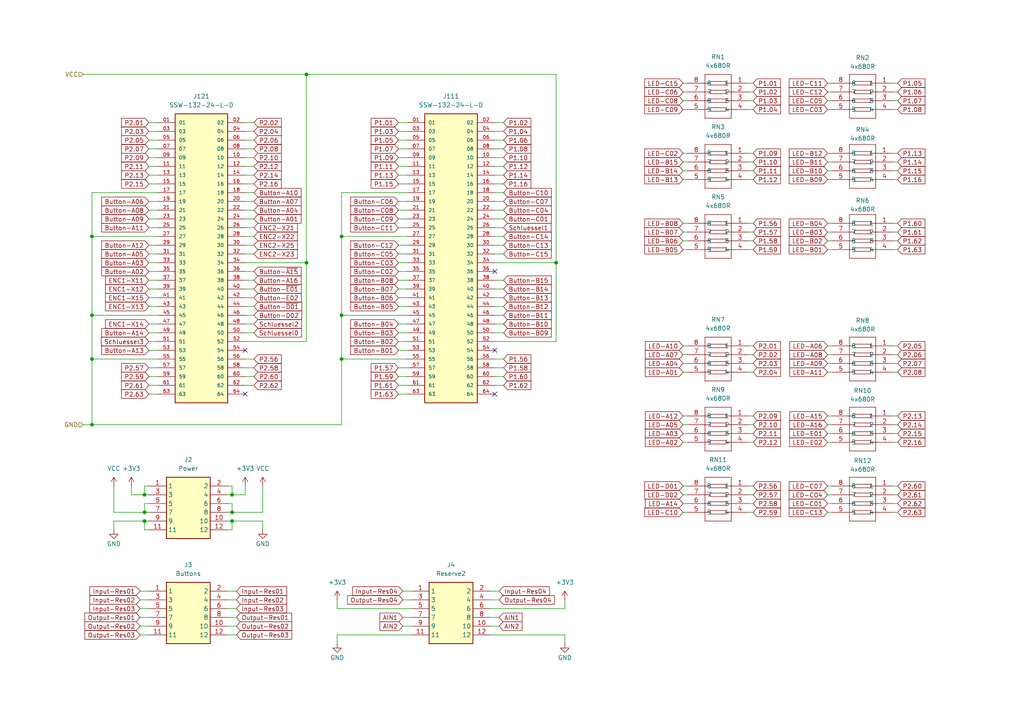
<source format=kicad_sch>
(kicad_sch (version 20231120) (generator "eeschema") (generator_version "8.0")
  (paper "A4")
  (title_block (title "Headers 64Pin Siemens Module") (date "2024-09-04") (rev "v0.9.0"))
  (junction (at 26.67 68.58))
  (junction (at 26.67 104.14))
  (junction (at 67.31 143.51))
  (junction (at 99.06 91.44))
  (junction (at 67.31 151.13))
  (junction (at 26.67 123.19))
  (junction (at 88.9 21.59))
  (junction (at 88.9 76.2))
  (junction (at 99.06 104.14))
  (junction (at 41.91 151.13))
  (junction (at 67.31 148.59))
  (junction (at 99.06 68.58))
  (junction (at 26.67 91.44))
  (junction (at 41.91 143.51))
  (junction (at 41.91 148.59))
  (junction (at 161.29 76.2))
  (no_connect (at 143.51 78.74))
  (no_connect (at 71.12 101.6))
  (no_connect (at 71.12 114.3))
  (no_connect (at 143.51 114.3))
  (no_connect (at 143.51 101.6))
  (wire (pts (xy 43.18 73.66) (xy 45.72 73.66)))
  (wire (pts (xy 198.12 146.05) (xy 199.39 146.05)))
  (wire (pts (xy 240.03 102.87) (xy 241.3 102.87)))
  (wire (pts (xy 240.03 67.31) (xy 241.3 67.31)))
  (wire (pts (xy 116.84 179.07) (xy 119.38 179.07)))
  (wire (pts (xy 73.66 48.26) (xy 71.12 48.26)))
  (wire (pts (xy 73.66 58.42) (xy 71.12 58.42)))
  (wire (pts (xy 161.29 99.06) (xy 161.29 76.2)))
  (wire (pts (xy 67.31 140.97) (xy 67.31 143.51)))
  (wire (pts (xy 43.18 151.13) (xy 41.91 151.13)))
  (wire (pts (xy 240.03 143.51) (xy 241.3 143.51)))
  (wire (pts (xy 143.51 76.2) (xy 161.29 76.2)))
  (wire (pts (xy 71.12 76.2) (xy 88.9 76.2)))
  (wire (pts (xy 73.66 43.18) (xy 71.12 43.18)))
  (wire (pts (xy 115.57 86.36) (xy 118.11 86.36)))
  (wire (pts (xy 146.05 40.64) (xy 143.51 40.64)))
  (wire (pts (xy 143.51 99.06) (xy 161.29 99.06)))
  (wire (pts (xy 240.03 64.77) (xy 241.3 64.77)))
  (wire (pts (xy 218.44 100.33) (xy 217.17 100.33)))
  (wire (pts (xy 260.35 143.51) (xy 259.08 143.51)))
  (wire (pts (xy 43.18 109.22) (xy 45.72 109.22)))
  (wire (pts (xy 240.03 31.75) (xy 241.3 31.75)))
  (wire (pts (xy 260.35 29.21) (xy 259.08 29.21)))
  (wire (pts (xy 198.12 107.95) (xy 199.39 107.95)))
  (wire (pts (xy 97.79 173.99) (xy 97.79 176.53)))
  (wire (pts (xy 73.66 66.04) (xy 71.12 66.04)))
  (wire (pts (xy 73.66 38.1) (xy 71.12 38.1)))
  (wire (pts (xy 41.91 153.67) (xy 43.18 153.67)))
  (wire (pts (xy 71.12 140.97) (xy 71.12 143.51)))
  (wire (pts (xy 68.58 184.15) (xy 66.04 184.15)))
  (wire (pts (xy 146.05 66.04) (xy 143.51 66.04)))
  (wire (pts (xy 76.2 151.13) (xy 67.31 151.13)))
  (wire (pts (xy 198.12 100.33) (xy 199.39 100.33)))
  (wire (pts (xy 146.05 73.66) (xy 143.51 73.66)))
  (wire (pts (xy 146.05 91.44) (xy 143.51 91.44)))
  (wire (pts (xy 115.57 78.74) (xy 118.11 78.74)))
  (wire (pts (xy 115.57 60.96) (xy 118.11 60.96)))
  (wire (pts (xy 144.78 171.45) (xy 142.24 171.45)))
  (wire (pts (xy 218.44 69.85) (xy 217.17 69.85)))
  (wire (pts (xy 161.29 21.59) (xy 161.29 76.2)))
  (wire (pts (xy 67.31 146.05) (xy 67.31 148.59)))
  (wire (pts (xy 73.66 96.52) (xy 71.12 96.52)))
  (wire (pts (xy 73.66 91.44) (xy 71.12 91.44)))
  (wire (pts (xy 260.35 120.65) (xy 259.08 120.65)))
  (wire (pts (xy 68.58 171.45) (xy 66.04 171.45)))
  (wire (pts (xy 67.31 143.51) (xy 66.04 143.51)))
  (wire (pts (xy 146.05 68.58) (xy 143.51 68.58)))
  (wire (pts (xy 198.12 148.59) (xy 199.39 148.59)))
  (wire (pts (xy 115.57 58.42) (xy 118.11 58.42)))
  (wire (pts (xy 240.03 72.39) (xy 241.3 72.39)))
  (wire (pts (xy 97.79 186.69) (xy 97.79 184.15)))
  (wire (pts (xy 240.03 120.65) (xy 241.3 120.65)))
  (wire (pts (xy 163.83 173.99) (xy 163.83 176.53)))
  (wire (pts (xy 260.35 102.87) (xy 259.08 102.87)))
  (wire (pts (xy 146.05 63.5) (xy 143.51 63.5)))
  (wire (pts (xy 218.44 107.95) (xy 217.17 107.95)))
  (wire (pts (xy 146.05 43.18) (xy 143.51 43.18)))
  (wire (pts (xy 198.12 49.53) (xy 199.39 49.53)))
  (wire (pts (xy 240.03 69.85) (xy 241.3 69.85)))
  (wire (pts (xy 198.12 44.45) (xy 199.39 44.45)))
  (wire (pts (xy 38.1 140.97) (xy 38.1 143.51)))
  (wire (pts (xy 144.78 173.99) (xy 142.24 173.99)))
  (wire (pts (xy 146.05 83.82) (xy 143.51 83.82)))
  (wire (pts (xy 43.18 53.34) (xy 45.72 53.34)))
  (wire (pts (xy 115.57 81.28) (xy 118.11 81.28)))
  (wire (pts (xy 146.05 50.8) (xy 143.51 50.8)))
  (wire (pts (xy 218.44 26.67) (xy 217.17 26.67)))
  (wire (pts (xy 146.05 104.14) (xy 143.51 104.14)))
  (wire (pts (xy 240.03 105.41) (xy 241.3 105.41)))
  (wire (pts (xy 240.03 140.97) (xy 241.3 140.97)))
  (wire (pts (xy 68.58 179.07) (xy 66.04 179.07)))
  (wire (pts (xy 43.18 43.18) (xy 45.72 43.18)))
  (wire (pts (xy 73.66 86.36) (xy 71.12 86.36)))
  (wire (pts (xy 260.35 26.67) (xy 259.08 26.67)))
  (wire (pts (xy 73.66 50.8) (xy 71.12 50.8)))
  (wire (pts (xy 43.18 35.56) (xy 45.72 35.56)))
  (wire (pts (xy 260.35 49.53) (xy 259.08 49.53)))
  (wire (pts (xy 146.05 35.56) (xy 143.51 35.56)))
  (wire (pts (xy 73.66 109.22) (xy 71.12 109.22)))
  (wire (pts (xy 115.57 106.68) (xy 118.11 106.68)))
  (wire (pts (xy 198.12 26.67) (xy 199.39 26.67)))
  (wire (pts (xy 115.57 63.5) (xy 118.11 63.5)))
  (wire (pts (xy 43.18 63.5) (xy 45.72 63.5)))
  (wire (pts (xy 240.03 123.19) (xy 241.3 123.19)))
  (wire (pts (xy 43.18 76.2) (xy 45.72 76.2)))
  (wire (pts (xy 240.03 146.05) (xy 241.3 146.05)))
  (wire (pts (xy 240.03 52.07) (xy 241.3 52.07)))
  (wire (pts (xy 218.44 146.05) (xy 217.17 146.05)))
  (wire (pts (xy 146.05 53.34) (xy 143.51 53.34)))
  (wire (pts (xy 198.12 72.39) (xy 199.39 72.39)))
  (wire (pts (xy 260.35 31.75) (xy 259.08 31.75)))
  (wire (pts (xy 198.12 105.41) (xy 199.39 105.41)))
  (wire (pts (xy 218.44 29.21) (xy 217.17 29.21)))
  (wire (pts (xy 115.57 88.9) (xy 118.11 88.9)))
  (wire (pts (xy 116.84 171.45) (xy 119.38 171.45)))
  (wire (pts (xy 198.12 102.87) (xy 199.39 102.87)))
  (wire (pts (xy 142.24 176.53) (xy 163.83 176.53)))
  (wire (pts (xy 240.03 46.99) (xy 241.3 46.99)))
  (wire (pts (xy 99.06 104.14) (xy 118.11 104.14)))
  (wire (pts (xy 146.05 45.72) (xy 143.51 45.72)))
  (wire (pts (xy 43.18 48.26) (xy 45.72 48.26)))
  (wire (pts (xy 43.18 71.12) (xy 45.72 71.12)))
  (wire (pts (xy 43.18 114.3) (xy 45.72 114.3)))
  (wire (pts (xy 43.18 146.05) (xy 41.91 146.05)))
  (wire (pts (xy 43.18 106.68) (xy 45.72 106.68)))
  (wire (pts (xy 43.18 66.04) (xy 45.72 66.04)))
  (wire (pts (xy 26.67 104.14) (xy 45.72 104.14)))
  (wire (pts (xy 240.03 44.45) (xy 241.3 44.45)))
  (wire (pts (xy 24.13 21.59) (xy 88.9 21.59)))
  (wire (pts (xy 99.06 104.14) (xy 99.06 123.19)))
  (wire (pts (xy 218.44 123.19) (xy 217.17 123.19)))
  (wire (pts (xy 115.57 99.06) (xy 118.11 99.06)))
  (wire (pts (xy 260.35 123.19) (xy 259.08 123.19)))
  (wire (pts (xy 41.91 140.97) (xy 41.91 143.51)))
  (wire (pts (xy 218.44 105.41) (xy 217.17 105.41)))
  (wire (pts (xy 260.35 69.85) (xy 259.08 69.85)))
  (wire (pts (xy 118.11 55.88) (xy 99.06 55.88)))
  (wire (pts (xy 33.02 140.97) (xy 33.02 148.59)))
  (wire (pts (xy 71.12 143.51) (xy 67.31 143.51)))
  (wire (pts (xy 40.64 184.15) (xy 43.18 184.15)))
  (wire (pts (xy 240.03 107.95) (xy 241.3 107.95)))
  (wire (pts (xy 73.66 68.58) (xy 71.12 68.58)))
  (wire (pts (xy 73.66 78.74) (xy 71.12 78.74)))
  (wire (pts (xy 66.04 140.97) (xy 67.31 140.97)))
  (wire (pts (xy 88.9 21.59) (xy 161.29 21.59)))
  (wire (pts (xy 198.12 31.75) (xy 199.39 31.75)))
  (wire (pts (xy 115.57 111.76) (xy 118.11 111.76)))
  (wire (pts (xy 198.12 24.13) (xy 199.39 24.13)))
  (wire (pts (xy 73.66 45.72) (xy 71.12 45.72)))
  (wire (pts (xy 43.18 111.76) (xy 45.72 111.76)))
  (wire (pts (xy 73.66 106.68) (xy 71.12 106.68)))
  (wire (pts (xy 88.9 21.59) (xy 88.9 76.2)))
  (wire (pts (xy 43.18 40.64) (xy 45.72 40.64)))
  (wire (pts (xy 218.44 72.39) (xy 217.17 72.39)))
  (wire (pts (xy 40.64 179.07) (xy 43.18 179.07)))
  (wire (pts (xy 240.03 125.73) (xy 241.3 125.73)))
  (wire (pts (xy 73.66 40.64) (xy 71.12 40.64)))
  (wire (pts (xy 26.67 104.14) (xy 26.67 123.19)))
  (wire (pts (xy 260.35 148.59) (xy 259.08 148.59)))
  (wire (pts (xy 146.05 93.98) (xy 143.51 93.98)))
  (wire (pts (xy 218.44 140.97) (xy 217.17 140.97)))
  (wire (pts (xy 260.35 46.99) (xy 259.08 46.99)))
  (wire (pts (xy 68.58 181.61) (xy 66.04 181.61)))
  (wire (pts (xy 218.44 148.59) (xy 217.17 148.59)))
  (wire (pts (xy 218.44 64.77) (xy 217.17 64.77)))
  (wire (pts (xy 38.1 143.51) (xy 41.91 143.51)))
  (wire (pts (xy 218.44 46.99) (xy 217.17 46.99)))
  (wire (pts (xy 73.66 93.98) (xy 71.12 93.98)))
  (wire (pts (xy 218.44 52.07) (xy 217.17 52.07)))
  (wire (pts (xy 260.35 64.77) (xy 259.08 64.77)))
  (wire (pts (xy 43.18 86.36) (xy 45.72 86.36)))
  (wire (pts (xy 146.05 71.12) (xy 143.51 71.12)))
  (wire (pts (xy 146.05 111.76) (xy 143.51 111.76)))
  (wire (pts (xy 26.67 91.44) (xy 26.67 104.14)))
  (wire (pts (xy 43.18 38.1) (xy 45.72 38.1)))
  (wire (pts (xy 26.67 91.44) (xy 45.72 91.44)))
  (wire (pts (xy 115.57 71.12) (xy 118.11 71.12)))
  (wire (pts (xy 43.18 140.97) (xy 41.91 140.97)))
  (wire (pts (xy 116.84 173.99) (xy 119.38 173.99)))
  (wire (pts (xy 67.31 151.13) (xy 67.31 153.67)))
  (wire (pts (xy 68.58 173.99) (xy 66.04 173.99)))
  (wire (pts (xy 41.91 151.13) (xy 41.91 153.67)))
  (wire (pts (xy 99.06 68.58) (xy 118.11 68.58)))
  (wire (pts (xy 41.91 143.51) (xy 43.18 143.51)))
  (wire (pts (xy 198.12 143.51) (xy 198.12 143.5148)))
  (wire (pts (xy 73.66 104.14) (xy 71.12 104.14)))
  (wire (pts (xy 198.12 123.19) (xy 199.39 123.19)))
  (wire (pts (xy 218.44 49.53) (xy 217.17 49.53)))
  (wire (pts (xy 115.57 66.04) (xy 118.11 66.04)))
  (wire (pts (xy 198.12 140.9748) (xy 199.39 140.97)))
  (wire (pts (xy 198.12 125.73) (xy 199.39 125.73)))
  (wire (pts (xy 198.12 29.21) (xy 199.39 29.21)))
  (wire (pts (xy 146.05 58.42) (xy 143.51 58.42)))
  (wire (pts (xy 33.02 153.67) (xy 33.02 151.13)))
  (wire (pts (xy 115.57 53.34) (xy 118.11 53.34)))
  (wire (pts (xy 218.44 31.75) (xy 217.17 31.75)))
  (wire (pts (xy 43.18 78.74) (xy 45.72 78.74)))
  (wire (pts (xy 218.44 24.13) (xy 217.17 24.13)))
  (wire (pts (xy 66.04 151.13) (xy 67.31 151.13)))
  (wire (pts (xy 163.83 186.69) (xy 163.83 184.15)))
  (wire (pts (xy 260.35 67.31) (xy 259.08 67.31)))
  (wire (pts (xy 73.66 88.9) (xy 71.12 88.9)))
  (wire (pts (xy 260.35 140.97) (xy 259.08 140.97)))
  (wire (pts (xy 99.06 91.44) (xy 99.06 104.14)))
  (wire (pts (xy 198.12 67.31) (xy 199.39 67.31)))
  (wire (pts (xy 218.44 143.51) (xy 217.17 143.51)))
  (wire (pts (xy 218.44 44.45) (xy 217.17 44.45)))
  (wire (pts (xy 43.18 93.98) (xy 45.72 93.98)))
  (wire (pts (xy 99.06 55.88) (xy 99.06 68.58)))
  (wire (pts (xy 146.05 55.88) (xy 143.51 55.88)))
  (wire (pts (xy 260.35 146.05) (xy 259.08 146.05)))
  (wire (pts (xy 260.35 44.45) (xy 259.08 44.45)))
  (wire (pts (xy 73.66 60.96) (xy 71.12 60.96)))
  (wire (pts (xy 198.12 128.27) (xy 199.39 128.27)))
  (wire (pts (xy 218.44 125.73) (xy 217.17 125.73)))
  (wire (pts (xy 146.05 81.28) (xy 143.51 81.28)))
  (wire (pts (xy 260.35 52.07) (xy 259.08 52.07)))
  (wire (pts (xy 260.35 125.73) (xy 259.08 125.73)))
  (wire (pts (xy 24.13 123.19) (xy 26.67 123.19)))
  (wire (pts (xy 41.91 148.59) (xy 43.18 148.59)))
  (wire (pts (xy 73.66 83.82) (xy 71.12 83.82)))
  (wire (pts (xy 240.03 128.27) (xy 241.3 128.27)))
  (wire (pts (xy 40.64 173.99) (xy 43.18 173.99)))
  (wire (pts (xy 240.03 100.33) (xy 241.3 100.33)))
  (wire (pts (xy 41.91 146.05) (xy 41.91 148.59)))
  (wire (pts (xy 26.67 68.58) (xy 45.72 68.58)))
  (wire (pts (xy 198.12 46.99) (xy 199.39 46.99)))
  (wire (pts (xy 76.2 148.59) (xy 67.31 148.59)))
  (wire (pts (xy 40.64 171.45) (xy 43.18 171.45)))
  (wire (pts (xy 115.57 43.18) (xy 118.11 43.18)))
  (wire (pts (xy 260.35 128.27) (xy 259.08 128.27)))
  (wire (pts (xy 43.18 50.8) (xy 45.72 50.8)))
  (wire (pts (xy 146.05 60.96) (xy 143.51 60.96)))
  (wire (pts (xy 218.44 102.87) (xy 217.17 102.87)))
  (wire (pts (xy 76.2 140.97) (xy 76.2 148.59)))
  (wire (pts (xy 43.18 96.52) (xy 45.72 96.52)))
  (wire (pts (xy 198.12 64.77) (xy 199.39 64.77)))
  (wire (pts (xy 43.18 99.06) (xy 45.72 99.06)))
  (wire (pts (xy 26.67 68.58) (xy 26.67 91.44)))
  (wire (pts (xy 198.12 143.5148) (xy 199.39 143.51)))
  (wire (pts (xy 26.67 55.88) (xy 26.67 68.58)))
  (wire (pts (xy 43.18 81.28) (xy 45.72 81.28)))
  (wire (pts (xy 71.12 99.06) (xy 88.9 99.06)))
  (wire (pts (xy 43.18 83.82) (xy 45.72 83.82)))
  (wire (pts (xy 73.66 81.28) (xy 71.12 81.28)))
  (wire (pts (xy 146.05 96.52) (xy 143.51 96.52)))
  (wire (pts (xy 260.35 107.95) (xy 259.08 107.95)))
  (wire (pts (xy 43.18 88.9) (xy 45.72 88.9)))
  (wire (pts (xy 115.57 83.82) (xy 118.11 83.82)))
  (wire (pts (xy 26.67 123.19) (xy 99.06 123.19)))
  (wire (pts (xy 240.03 148.59) (xy 241.3 148.59)))
  (wire (pts (xy 240.03 29.21) (xy 241.3 29.21)))
  (wire (pts (xy 76.2 153.67) (xy 76.2 151.13)))
  (wire (pts (xy 88.9 76.2) (xy 88.9 99.06)))
  (wire (pts (xy 260.35 105.41) (xy 259.08 105.41)))
  (wire (pts (xy 73.66 111.76) (xy 71.12 111.76)))
  (wire (pts (xy 97.79 176.53) (xy 119.38 176.53)))
  (wire (pts (xy 43.18 58.42) (xy 45.72 58.42)))
  (wire (pts (xy 99.06 68.58) (xy 99.06 91.44)))
  (wire (pts (xy 73.66 63.5) (xy 71.12 63.5)))
  (wire (pts (xy 26.67 55.88) (xy 45.72 55.88)))
  (wire (pts (xy 115.57 40.64) (xy 118.11 40.64)))
  (wire (pts (xy 144.78 179.07) (xy 142.24 179.07)))
  (wire (pts (xy 33.02 151.13) (xy 41.91 151.13)))
  (wire (pts (xy 260.35 72.39) (xy 259.08 72.39)))
  (wire (pts (xy 198.12 52.07) (xy 199.39 52.07)))
  (wire (pts (xy 115.57 114.3) (xy 118.11 114.3)))
  (wire (pts (xy 146.05 38.1) (xy 143.51 38.1)))
  (wire (pts (xy 115.57 35.56) (xy 118.11 35.56)))
  (wire (pts (xy 198.12 69.85) (xy 199.39 69.85)))
  (wire (pts (xy 73.66 55.88) (xy 71.12 55.88)))
  (wire (pts (xy 97.79 184.15) (xy 119.38 184.15)))
  (wire (pts (xy 33.02 148.59) (xy 41.91 148.59)))
  (wire (pts (xy 43.18 45.72) (xy 45.72 45.72)))
  (wire (pts (xy 218.44 67.31) (xy 217.17 67.31)))
  (wire (pts (xy 218.44 120.65) (xy 217.17 120.65)))
  (wire (pts (xy 115.57 109.22) (xy 118.11 109.22)))
  (wire (pts (xy 68.58 176.53) (xy 66.04 176.53)))
  (wire (pts (xy 40.64 176.53) (xy 43.18 176.53)))
  (wire (pts (xy 116.84 181.61) (xy 119.38 181.61)))
  (wire (pts (xy 115.57 96.52) (xy 118.11 96.52)))
  (wire (pts (xy 198.12 140.97) (xy 198.12 140.9748)))
  (wire (pts (xy 146.05 106.68) (xy 143.51 106.68)))
  (wire (pts (xy 43.18 60.96) (xy 45.72 60.96)))
  (wire (pts (xy 115.57 50.8) (xy 118.11 50.8)))
  (wire (pts (xy 144.78 181.61) (xy 142.24 181.61)))
  (wire (pts (xy 67.31 148.59) (xy 66.04 148.59)))
  (wire (pts (xy 99.06 91.44) (xy 118.11 91.44)))
  (wire (pts (xy 115.57 101.6) (xy 118.11 101.6)))
  (wire (pts (xy 260.35 24.13) (xy 259.08 24.13)))
  (wire (pts (xy 115.57 93.98) (xy 118.11 93.98)))
  (wire (pts (xy 115.57 76.2) (xy 118.11 76.2)))
  (wire (pts (xy 73.66 73.66) (xy 71.12 73.66)))
  (wire (pts (xy 115.57 48.26) (xy 118.11 48.26)))
  (wire (pts (xy 240.03 24.13) (xy 241.3 24.13)))
  (wire (pts (xy 67.31 153.67) (xy 66.04 153.67)))
  (wire (pts (xy 73.66 71.12) (xy 71.12 71.12)))
  (wire (pts (xy 240.03 26.67) (xy 241.3 26.67)))
  (wire (pts (xy 146.05 48.26) (xy 143.51 48.26)))
  (wire (pts (xy 66.04 146.05) (xy 67.31 146.05)))
  (wire (pts (xy 218.44 128.27) (xy 217.17 128.27)))
  (wire (pts (xy 240.03 49.53) (xy 241.3 49.53)))
  (wire (pts (xy 73.66 53.34) (xy 71.12 53.34)))
  (wire (pts (xy 146.05 88.9) (xy 143.51 88.9)))
  (wire (pts (xy 198.12 120.65) (xy 199.39 120.65)))
  (wire (pts (xy 40.64 181.61) (xy 43.18 181.61)))
  (wire (pts (xy 73.66 35.56) (xy 71.12 35.56)))
  (wire (pts (xy 260.35 100.33) (xy 259.08 100.33)))
  (wire (pts (xy 115.57 38.1) (xy 118.11 38.1)))
  (wire (pts (xy 146.05 109.22) (xy 143.51 109.22)))
  (wire (pts (xy 146.05 86.36) (xy 143.51 86.36)))
  (wire (pts (xy 115.57 45.72) (xy 118.11 45.72)))
  (wire (pts (xy 142.24 184.15) (xy 163.83 184.15)))
  (wire (pts (xy 115.57 73.66) (xy 118.11 73.66)))
  (wire (pts (xy 43.18 101.6) (xy 45.72 101.6)))
  (global_label "P1.11" (shape input) (at 115.57 48.26 180) (property "Intersheetrefs" "${INTERSHEET_REFS}" (effects (hide yes))))
  (global_label "Button-A09" (shape input) (at 43.18 63.5 180) (property "Intersheetrefs" "${INTERSHEET_REFS}" (effects (hide yes))))
  (global_label "AIN2" (shape input) (at 144.78 181.61 0) (property "Intersheetrefs" "${INTERSHEET_REFS}" (effects (hide yes))))
  (global_label "P2.11" (shape input) (at 43.18 48.26 180) (property "Intersheetrefs" "${INTERSHEET_REFS}" (effects (hide yes))))
  (global_label "P2.04" (shape input) (at 73.66 38.1 0) (property "Intersheetrefs" "${INTERSHEET_REFS}" (effects (hide yes))))
  (global_label "Schluessel0" (shape input) (at 73.66 96.52 0) (property "Intersheetrefs" "${INTERSHEET_REFS}" (effects (hide yes))))
  (global_label "P2.09" (shape input) (at 43.18 45.72 180) (property "Intersheetrefs" "${INTERSHEET_REFS}" (effects (hide yes))))
  (global_label "LED-B07" (shape input) (at 198.12 67.31 180) (property "Intersheetrefs" "${INTERSHEET_REFS}" (effects (hide yes))))
  (global_label "Button-B12" (shape input) (at 146.05 88.9 0) (property "Intersheetrefs" "${INTERSHEET_REFS}" (effects (hide yes))))
  (global_label "LED-B02" (shape input) (at 240.03 69.85 180) (property "Intersheetrefs" "${INTERSHEET_REFS}" (effects (hide yes))))
  (global_label "LED-A01" (shape input) (at 198.12 107.95 180) (property "Intersheetrefs" "${INTERSHEET_REFS}" (effects (hide yes))))
  (global_label "P2.03" (shape input) (at 218.44 105.41 0) (property "Intersheetrefs" "${INTERSHEET_REFS}" (effects (hide yes))))
  (global_label "ENC2-X22" (shape input) (at 73.66 68.58 0) (property "Intersheetrefs" "${INTERSHEET_REFS}" (effects (hide yes))))
  (global_label "LED-B13" (shape input) (at 198.12 52.07 180) (property "Intersheetrefs" "${INTERSHEET_REFS}" (effects (hide yes))))
  (global_label "P1.08" (shape input) (at 146.05 43.18 0) (property "Intersheetrefs" "${INTERSHEET_REFS}" (effects (hide yes))))
  (global_label "Button-A10" (shape input) (at 73.66 55.88 0) (property "Intersheetrefs" "${INTERSHEET_REFS}" (effects (hide yes))))
  (global_label "LED-A09" (shape input) (at 240.03 105.41 180) (property "Intersheetrefs" "${INTERSHEET_REFS}" (effects (hide yes))))
  (global_label "ENC2-X21" (shape input) (at 73.66 66.04 0) (property "Intersheetrefs" "${INTERSHEET_REFS}" (effects (hide yes))))
  (global_label "P1.58" (shape input) (at 218.44 69.85 0) (property "Intersheetrefs" "${INTERSHEET_REFS}" (effects (hide yes))))
  (global_label "P1.57" (shape input) (at 218.44 67.31 0) (property "Intersheetrefs" "${INTERSHEET_REFS}" (effects (hide yes))))
  (global_label "P2.62" (shape input) (at 260.35 146.05 0) (property "Intersheetrefs" "${INTERSHEET_REFS}" (effects (hide yes))))
  (global_label "P2.15" (shape input) (at 260.35 125.73 0) (property "Intersheetrefs" "${INTERSHEET_REFS}" (effects (hide yes))))
  (global_label "LED-B04" (shape input) (at 240.03 64.77 180) (property "Intersheetrefs" "${INTERSHEET_REFS}" (effects (hide yes))))
  (global_label "P1.63" (shape input) (at 115.57 114.3 180) (property "Intersheetrefs" "${INTERSHEET_REFS}" (effects (hide yes))))
  (global_label "P1.13" (shape input) (at 260.35 44.45 0) (property "Intersheetrefs" "${INTERSHEET_REFS}" (effects (hide yes))))
  (global_label "P1.15" (shape input) (at 115.57 53.34 180) (property "Intersheetrefs" "${INTERSHEET_REFS}" (effects (hide yes))))
  (global_label "LED-A03" (shape input) (at 198.12 125.73 180) (property "Intersheetrefs" "${INTERSHEET_REFS}" (effects (hide yes))))
  (global_label "P1.56" (shape input) (at 146.05 104.14 0) (property "Intersheetrefs" "${INTERSHEET_REFS}" (effects (hide yes))))
  (global_label "P2.16" (shape input) (at 73.66 53.34 0) (property "Intersheetrefs" "${INTERSHEET_REFS}" (effects (hide yes))))
  (global_label "Input-Res04" (shape input) (at 116.84 171.45 180) (property "Intersheetrefs" "${INTERSHEET_REFS}" (effects (hide yes))))
  (global_label "Button-B04" (shape input) (at 115.57 93.98 180) (property "Intersheetrefs" "${INTERSHEET_REFS}" (effects (hide yes))))
  (global_label "Output-Res02" (shape input) (at 68.58 181.61 0) (property "Intersheetrefs" "${INTERSHEET_REFS}" (effects (hide yes))))
  (global_label "P1.14" (shape input) (at 146.05 50.8 0) (property "Intersheetrefs" "${INTERSHEET_REFS}" (effects (hide yes))))
  (global_label "Button-C01" (shape input) (at 146.05 63.5 0) (property "Intersheetrefs" "${INTERSHEET_REFS}" (effects (hide yes))))
  (global_label "Button-~{E01}" (shape input) (at 73.66 83.82 0) (property "Intersheetrefs" "${INTERSHEET_REFS}" (effects (hide yes))))
  (global_label "Button-~{A15}" (shape input) (at 73.66 78.74 0) (property "Intersheetrefs" "${INTERSHEET_REFS}" (effects (hide yes))))
  (global_label "Button-B06" (shape input) (at 115.57 86.36 180) (property "Intersheetrefs" "${INTERSHEET_REFS}" (effects (hide yes))))
  (global_label "Button-A06" (shape input) (at 43.18 58.42 180) (property "Intersheetrefs" "${INTERSHEET_REFS}" (effects (hide yes))))
  (global_label "ENC2-X25" (shape input) (at 73.66 71.12 0) (property "Intersheetrefs" "${INTERSHEET_REFS}" (effects (hide yes))))
  (global_label "Button-C07" (shape input) (at 146.05 58.42 0) (property "Intersheetrefs" "${INTERSHEET_REFS}" (effects (hide yes))))
  (global_label "Button-~{D01}" (shape input) (at 73.66 88.9 0) (property "Intersheetrefs" "${INTERSHEET_REFS}" (effects (hide yes))))
  (global_label "LED-A02" (shape input) (at 198.12 128.27 180) (property "Intersheetrefs" "${INTERSHEET_REFS}" (effects (hide yes))))
  (global_label "P1.10" (shape input) (at 146.05 45.72 0) (property "Intersheetrefs" "${INTERSHEET_REFS}" (effects (hide yes))))
  (global_label "P1.62" (shape input) (at 146.05 111.76 0) (property "Intersheetrefs" "${INTERSHEET_REFS}" (effects (hide yes))))
  (global_label "P2.02" (shape input) (at 73.66 35.56 0) (property "Intersheetrefs" "${INTERSHEET_REFS}" (effects (hide yes))))
  (global_label "Button-A05" (shape input) (at 43.18 73.66 180) (property "Intersheetrefs" "${INTERSHEET_REFS}" (effects (hide yes))))
  (global_label "Button-C06" (shape input) (at 115.57 58.42 180) (property "Intersheetrefs" "${INTERSHEET_REFS}" (effects (hide yes))))
  (global_label "Button-B10" (shape input) (at 146.05 93.98 0) (property "Intersheetrefs" "${INTERSHEET_REFS}" (effects (hide yes))))
  (global_label "LED-B15" (shape input) (at 198.12 46.99 180) (property "Intersheetrefs" "${INTERSHEET_REFS}" (effects (hide yes))))
  (global_label "Button-C02" (shape input) (at 115.57 78.74 180) (property "Intersheetrefs" "${INTERSHEET_REFS}" (effects (hide yes))))
  (global_label "P1.05" (shape input) (at 115.57 40.64 180) (property "Intersheetrefs" "${INTERSHEET_REFS}" (effects (hide yes))))
  (global_label "P1.62" (shape input) (at 260.35 69.85 0) (property "Intersheetrefs" "${INTERSHEET_REFS}" (effects (hide yes))))
  (global_label "LED-B03" (shape input) (at 240.03 67.31 180) (property "Intersheetrefs" "${INTERSHEET_REFS}" (effects (hide yes))))
  (global_label "Input-Res03" (shape input) (at 68.58 176.53 0) (property "Intersheetrefs" "${INTERSHEET_REFS}" (effects (hide yes))))
  (global_label "P2.14" (shape input) (at 73.66 50.8 0) (property "Intersheetrefs" "${INTERSHEET_REFS}" (effects (hide yes))))
  (global_label "P2.07" (shape input) (at 43.18 43.18 180) (property "Intersheetrefs" "${INTERSHEET_REFS}" (effects (hide yes))))
  (global_label "Button-C15" (shape input) (at 146.05 73.66 0) (property "Intersheetrefs" "${INTERSHEET_REFS}" (effects (hide yes))))
  (global_label "P1.08" (shape input) (at 260.35 31.75 0) (property "Intersheetrefs" "${INTERSHEET_REFS}" (effects (hide yes))))
  (global_label "LED-C10" (shape input) (at 198.12 148.59 180) (property "Intersheetrefs" "${INTERSHEET_REFS}" (effects (hide yes))))
  (global_label "Button-C10" (shape input) (at 146.05 55.88 0) (property "Intersheetrefs" "${INTERSHEET_REFS}" (effects (hide yes))))
  (global_label "Button-C05" (shape input) (at 115.57 73.66 180) (property "Intersheetrefs" "${INTERSHEET_REFS}" (effects (hide yes))))
  (global_label "LED-B05" (shape input) (at 198.12 72.39 180) (property "Intersheetrefs" "${INTERSHEET_REFS}" (effects (hide yes))))
  (global_label "P1.02" (shape input) (at 146.05 35.56 0) (property "Intersheetrefs" "${INTERSHEET_REFS}" (effects (hide yes))))
  (global_label "LED-A10" (shape input) (at 198.12 100.33 180) (property "Intersheetrefs" "${INTERSHEET_REFS}" (effects (hide yes))))
  (global_label "LED-A11" (shape input) (at 240.03 107.95 180) (property "Intersheetrefs" "${INTERSHEET_REFS}" (effects (hide yes))))
  (global_label "Button-B08" (shape input) (at 115.57 81.28 180) (property "Intersheetrefs" "${INTERSHEET_REFS}" (effects (hide yes))))
  (global_label "LED-C08" (shape input) (at 198.12 29.21 180) (property "Intersheetrefs" "${INTERSHEET_REFS}" (effects (hide yes))))
  (global_label "P1.60" (shape input) (at 146.05 109.22 0) (property "Intersheetrefs" "${INTERSHEET_REFS}" (effects (hide yes))))
  (global_label "ENC1-X14" (shape input) (at 43.18 93.98 180) (property "Intersheetrefs" "${INTERSHEET_REFS}" (effects (hide yes))))
  (global_label "P2.57" (shape input) (at 218.44 143.51 0) (property "Intersheetrefs" "${INTERSHEET_REFS}" (effects (hide yes))))
  (global_label "P1.60" (shape input) (at 260.35 64.77 0) (property "Intersheetrefs" "${INTERSHEET_REFS}" (effects (hide yes))))
  (global_label "Button-C04" (shape input) (at 146.05 60.96 0) (property "Intersheetrefs" "${INTERSHEET_REFS}" (effects (hide yes))))
  (global_label "ENC1-X12" (shape input) (at 43.18 83.82 180) (property "Intersheetrefs" "${INTERSHEET_REFS}" (effects (hide yes))))
  (global_label "P2.59" (shape input) (at 43.18 109.22 180) (property "Intersheetrefs" "${INTERSHEET_REFS}" (effects (hide yes))))
  (global_label "Schluessel3" (shape input) (at 43.18 99.06 180) (property "Intersheetrefs" "${INTERSHEET_REFS}" (effects (hide yes))))
  (global_label "Button-A04" (shape input) (at 73.66 60.96 0) (property "Intersheetrefs" "${INTERSHEET_REFS}" (effects (hide yes))))
  (global_label "LED-B11" (shape input) (at 240.03 46.99 180) (property "Intersheetrefs" "${INTERSHEET_REFS}" (effects (hide yes))))
  (global_label "P1.12" (shape input) (at 218.44 52.07 0) (property "Intersheetrefs" "${INTERSHEET_REFS}" (effects (hide yes))))
  (global_label "LED-C04" (shape input) (at 240.03 143.51 180) (property "Intersheetrefs" "${INTERSHEET_REFS}" (effects (hide yes))))
  (global_label "Input-Res03" (shape input) (at 40.64 176.53 180) (property "Intersheetrefs" "${INTERSHEET_REFS}" (effects (hide yes))))
  (global_label "Button-B14" (shape input) (at 146.05 83.82 0) (property "Intersheetrefs" "${INTERSHEET_REFS}" (effects (hide yes))))
  (global_label "P1.56" (shape input) (at 218.44 64.77 0) (property "Intersheetrefs" "${INTERSHEET_REFS}" (effects (hide yes))))
  (global_label "P1.15" (shape input) (at 260.35 49.53 0) (property "Intersheetrefs" "${INTERSHEET_REFS}" (effects (hide yes))))
  (global_label "LED-A07" (shape input) (at 198.12 102.87 180) (property "Intersheetrefs" "${INTERSHEET_REFS}" (effects (hide yes))))
  (global_label "LED-A15" (shape input) (at 240.03 120.65 180) (property "Intersheetrefs" "${INTERSHEET_REFS}" (effects (hide yes))))
  (global_label "Output-Res04" (shape input) (at 116.84 173.99 180) (property "Intersheetrefs" "${INTERSHEET_REFS}" (effects (hide yes))))
  (global_label "P1.01" (shape input) (at 115.57 35.56 180) (property "Intersheetrefs" "${INTERSHEET_REFS}" (effects (hide yes))))
  (global_label "ENC1-X13" (shape input) (at 43.18 88.9 180) (property "Intersheetrefs" "${INTERSHEET_REFS}" (effects (hide yes))))
  (global_label "LED-A12" (shape input) (at 198.12 120.65 180) (property "Intersheetrefs" "${INTERSHEET_REFS}" (effects (hide yes))))
  (global_label "LED-B06" (shape input) (at 198.12 69.85 180) (property "Intersheetrefs" "${INTERSHEET_REFS}" (effects (hide yes))))
  (global_label "P2.08" (shape input) (at 73.66 43.18 0) (property "Intersheetrefs" "${INTERSHEET_REFS}" (effects (hide yes))))
  (global_label "LED-C11" (shape input) (at 240.03 24.13 180) (property "Intersheetrefs" "${INTERSHEET_REFS}" (effects (hide yes))))
  (global_label "P2.12" (shape input) (at 218.44 128.27 0) (property "Intersheetrefs" "${INTERSHEET_REFS}" (effects (hide yes))))
  (global_label "P1.01" (shape input) (at 218.44 24.13 0) (property "Intersheetrefs" "${INTERSHEET_REFS}" (effects (hide yes))))
  (global_label "P2.06" (shape input) (at 260.35 102.87 0) (property "Intersheetrefs" "${INTERSHEET_REFS}" (effects (hide yes))))
  (global_label "P2.10" (shape input) (at 73.66 45.72 0) (property "Intersheetrefs" "${INTERSHEET_REFS}" (effects (hide yes))))
  (global_label "Button-C12" (shape input) (at 115.57 71.12 180) (property "Intersheetrefs" "${INTERSHEET_REFS}" (effects (hide yes))))
  (global_label "LED-A08" (shape input) (at 240.03 102.87 180) (property "Intersheetrefs" "${INTERSHEET_REFS}" (effects (hide yes))))
  (global_label "P1.05" (shape input) (at 260.35 24.13 0) (property "Intersheetrefs" "${INTERSHEET_REFS}" (effects (hide yes))))
  (global_label "Button-B07" (shape input) (at 115.57 83.82 180) (property "Intersheetrefs" "${INTERSHEET_REFS}" (effects (hide yes))))
  (global_label "ENC1-X15" (shape input) (at 43.18 86.36 180) (property "Intersheetrefs" "${INTERSHEET_REFS}" (effects (hide yes))))
  (global_label "ENC1-X11" (shape input) (at 43.18 81.28 180) (property "Intersheetrefs" "${INTERSHEET_REFS}" (effects (hide yes))))
  (global_label "P2.60" (shape input) (at 260.35 140.97 0) (property "Intersheetrefs" "${INTERSHEET_REFS}" (effects (hide yes))))
  (global_label "LED-D02" (shape input) (at 198.12 143.51 180) (property "Intersheetrefs" "${INTERSHEET_REFS}" (effects (hide yes))))
  (global_label "P2.09" (shape input) (at 218.44 120.65 0) (property "Intersheetrefs" "${INTERSHEET_REFS}" (effects (hide yes))))
  (global_label "P2.63" (shape input) (at 43.18 114.3 180) (property "Intersheetrefs" "${INTERSHEET_REFS}" (effects (hide yes))))
  (global_label "P1.63" (shape input) (at 260.35 72.39 0) (property "Intersheetrefs" "${INTERSHEET_REFS}" (effects (hide yes))))
  (global_label "P2.16" (shape input) (at 260.35 128.27 0) (property "Intersheetrefs" "${INTERSHEET_REFS}" (effects (hide yes))))
  (global_label "LED-C01" (shape input) (at 240.03 146.05 180) (property "Intersheetrefs" "${INTERSHEET_REFS}" (effects (hide yes))))
  (global_label "P2.01" (shape input) (at 43.18 35.56 180) (property "Intersheetrefs" "${INTERSHEET_REFS}" (effects (hide yes))))
  (global_label "Output-Res04" (shape input) (at 144.78 173.99 0) (property "Intersheetrefs" "${INTERSHEET_REFS}" (effects (hide yes))))
  (global_label "Button-A07" (shape input) (at 73.66 58.42 0) (property "Intersheetrefs" "${INTERSHEET_REFS}" (effects (hide yes))))
  (global_label "P1.03" (shape input) (at 115.57 38.1 180) (property "Intersheetrefs" "${INTERSHEET_REFS}" (effects (hide yes))))
  (global_label "P2.57" (shape input) (at 43.18 106.68 180) (property "Intersheetrefs" "${INTERSHEET_REFS}" (effects (hide yes))))
  (global_label "Button-B01" (shape input) (at 115.57 101.6 180) (property "Intersheetrefs" "${INTERSHEET_REFS}" (effects (hide yes))))
  (global_label "LED-A06" (shape input) (at 240.03 100.33 180) (property "Intersheetrefs" "${INTERSHEET_REFS}" (effects (hide yes))))
  (global_label "Button-C08" (shape input) (at 115.57 60.96 180) (property "Intersheetrefs" "${INTERSHEET_REFS}" (effects (hide yes))))
  (global_label "Input-Res02" (shape input) (at 40.64 173.99 180) (property "Intersheetrefs" "${INTERSHEET_REFS}" (effects (hide yes))))
  (global_label "Button-A12" (shape input) (at 43.18 71.12 180) (property "Intersheetrefs" "${INTERSHEET_REFS}" (effects (hide yes))))
  (global_label "Button-B11" (shape input) (at 146.05 91.44 0) (property "Intersheetrefs" "${INTERSHEET_REFS}" (effects (hide yes))))
  (global_label "P2.13" (shape input) (at 260.35 120.65 0) (property "Intersheetrefs" "${INTERSHEET_REFS}" (effects (hide yes))))
  (global_label "Button-A01" (shape input) (at 73.66 63.5 0) (property "Intersheetrefs" "${INTERSHEET_REFS}" (effects (hide yes))))
  (global_label "P2.62" (shape input) (at 73.66 111.76 0) (property "Intersheetrefs" "${INTERSHEET_REFS}" (effects (hide yes))))
  (global_label "P1.61" (shape input) (at 260.35 67.31 0) (property "Intersheetrefs" "${INTERSHEET_REFS}" (effects (hide yes))))
  (global_label "LED-B12" (shape input) (at 240.03 44.45 180) (property "Intersheetrefs" "${INTERSHEET_REFS}" (effects (hide yes))))
  (global_label "Button-B03" (shape input) (at 115.57 96.52 180) (property "Intersheetrefs" "${INTERSHEET_REFS}" (effects (hide yes))))
  (global_label "P1.59" (shape input) (at 115.57 109.22 180) (property "Intersheetrefs" "${INTERSHEET_REFS}" (effects (hide yes))))
  (global_label "P1.06" (shape input) (at 146.05 40.64 0) (property "Intersheetrefs" "${INTERSHEET_REFS}" (effects (hide yes))))
  (global_label "P2.08" (shape input) (at 260.35 107.95 0) (property "Intersheetrefs" "${INTERSHEET_REFS}" (effects (hide yes))))
  (global_label "P1.03" (shape input) (at 218.44 29.21 0) (property "Intersheetrefs" "${INTERSHEET_REFS}" (effects (hide yes))))
  (global_label "Button-A16" (shape input) (at 73.66 81.28 0) (property "Intersheetrefs" "${INTERSHEET_REFS}" (effects (hide yes))))
  (global_label "P2.59" (shape input) (at 218.44 148.59 0) (property "Intersheetrefs" "${INTERSHEET_REFS}" (effects (hide yes))))
  (global_label "P2.05" (shape input) (at 260.35 100.33 0) (property "Intersheetrefs" "${INTERSHEET_REFS}" (effects (hide yes))))
  (global_label "LED-B01" (shape input) (at 240.03 72.39 180) (property "Intersheetrefs" "${INTERSHEET_REFS}" (effects (hide yes))))
  (global_label "LED-B09" (shape input) (at 240.03 52.07 180) (property "Intersheetrefs" "${INTERSHEET_REFS}" (effects (hide yes))))
  (global_label "P1.09" (shape input) (at 218.44 44.45 0) (property "Intersheetrefs" "${INTERSHEET_REFS}" (effects (hide yes))))
  (global_label "AIN1" (shape input) (at 116.84 179.07 180) (property "Intersheetrefs" "${INTERSHEET_REFS}" (effects (hide yes))))
  (global_label "P1.10" (shape input) (at 218.44 46.99 0) (property "Intersheetrefs" "${INTERSHEET_REFS}" (effects (hide yes))))
  (global_label "P1.58" (shape input) (at 146.05 106.68 0) (property "Intersheetrefs" "${INTERSHEET_REFS}" (effects (hide yes))))
  (global_label "LED-E02" (shape input) (at 240.03 128.27 180) (property "Intersheetrefs" "${INTERSHEET_REFS}" (effects (hide yes))))
  (global_label "P2.63" (shape input) (at 260.35 148.59 0) (property "Intersheetrefs" "${INTERSHEET_REFS}" (effects (hide yes))))
  (global_label "Input-Res01" (shape input) (at 68.58 171.45 0) (property "Intersheetrefs" "${INTERSHEET_REFS}" (effects (hide yes))))
  (global_label "Input-Res02" (shape input) (at 68.58 173.99 0) (property "Intersheetrefs" "${INTERSHEET_REFS}" (effects (hide yes))))
  (global_label "Button-C03" (shape input) (at 115.57 76.2 180) (property "Intersheetrefs" "${INTERSHEET_REFS}" (effects (hide yes))))
  (global_label "P1.59" (shape input) (at 218.44 72.39 0) (property "Intersheetrefs" "${INTERSHEET_REFS}" (effects (hide yes))))
  (global_label "P1.11" (shape input) (at 218.44 49.53 0) (property "Intersheetrefs" "${INTERSHEET_REFS}" (effects (hide yes))))
  (global_label "P2.56" (shape input) (at 73.66 104.14 0) (property "Intersheetrefs" "${INTERSHEET_REFS}" (effects (hide yes))))
  (global_label "LED-C02" (shape input) (at 198.12 44.45 180) (property "Intersheetrefs" "${INTERSHEET_REFS}" (effects (hide yes))))
  (global_label "Input-Res04" (shape input) (at 144.78 171.45 0) (property "Intersheetrefs" "${INTERSHEET_REFS}" (effects (hide yes))))
  (global_label "Output-Res01" (shape input) (at 68.58 179.07 0) (property "Intersheetrefs" "${INTERSHEET_REFS}" (effects (hide yes))))
  (global_label "P1.57" (shape input) (at 115.57 106.68 180) (property "Intersheetrefs" "${INTERSHEET_REFS}" (effects (hide yes))))
  (global_label "Button-D02" (shape input) (at 73.66 91.44 0) (property "Intersheetrefs" "${INTERSHEET_REFS}" (effects (hide yes))))
  (global_label "P1.07" (shape input) (at 260.35 29.21 0) (property "Intersheetrefs" "${INTERSHEET_REFS}" (effects (hide yes))))
  (global_label "LED-C12" (shape input) (at 240.03 26.67 180) (property "Intersheetrefs" "${INTERSHEET_REFS}" (effects (hide yes))))
  (global_label "P2.02" (shape input) (at 218.44 102.87 0) (property "Intersheetrefs" "${INTERSHEET_REFS}" (effects (hide yes))))
  (global_label "P2.13" (shape input) (at 43.18 50.8 180) (property "Intersheetrefs" "${INTERSHEET_REFS}" (effects (hide yes))))
  (global_label "Output-Res02" (shape input) (at 40.64 181.61 180) (property "Intersheetrefs" "${INTERSHEET_REFS}" (effects (hide yes))))
  (global_label "P1.61" (shape input) (at 115.57 111.76 180) (property "Intersheetrefs" "${INTERSHEET_REFS}" (effects (hide yes))))
  (global_label "P2.14" (shape input) (at 260.35 123.19 0) (property "Intersheetrefs" "${INTERSHEET_REFS}" (effects (hide yes))))
  (global_label "P2.60" (shape input) (at 73.66 109.22 0) (property "Intersheetrefs" "${INTERSHEET_REFS}" (effects (hide yes))))
  (global_label "Button-A14" (shape input) (at 43.18 96.52 180) (property "Intersheetrefs" "${INTERSHEET_REFS}" (effects (hide yes))))
  (global_label "Button-A08" (shape input) (at 43.18 60.96 180) (property "Intersheetrefs" "${INTERSHEET_REFS}" (effects (hide yes))))
  (global_label "P1.04" (shape input) (at 146.05 38.1 0) (property "Intersheetrefs" "${INTERSHEET_REFS}" (effects (hide yes))))
  (global_label "LED-C06" (shape input) (at 198.12 26.67 180) (property "Intersheetrefs" "${INTERSHEET_REFS}" (effects (hide yes))))
  (global_label "LED-E01" (shape input) (at 240.03 125.73 180) (property "Intersheetrefs" "${INTERSHEET_REFS}" (effects (hide yes))))
  (global_label "P1.12" (shape input) (at 146.05 48.26 0) (property "Intersheetrefs" "${INTERSHEET_REFS}" (effects (hide yes))))
  (global_label "Button-A11" (shape input) (at 43.18 66.04 180) (property "Intersheetrefs" "${INTERSHEET_REFS}" (effects (hide yes))))
  (global_label "P2.12" (shape input) (at 73.66 48.26 0) (property "Intersheetrefs" "${INTERSHEET_REFS}" (effects (hide yes))))
  (global_label "P1.07" (shape input) (at 115.57 43.18 180) (property "Intersheetrefs" "${INTERSHEET_REFS}" (effects (hide yes))))
  (global_label "Button-A02" (shape input) (at 43.18 78.74 180) (property "Intersheetrefs" "${INTERSHEET_REFS}" (effects (hide yes))))
  (global_label "P1.06" (shape input) (at 260.35 26.67 0) (property "Intersheetrefs" "${INTERSHEET_REFS}" (effects (hide yes))))
  (global_label "P2.07" (shape input) (at 260.35 105.41 0) (property "Intersheetrefs" "${INTERSHEET_REFS}" (effects (hide yes))))
  (global_label "P1.16" (shape input) (at 260.35 52.07 0) (property "Intersheetrefs" "${INTERSHEET_REFS}" (effects (hide yes))))
  (global_label "Button-B09" (shape input) (at 146.05 96.52 0) (property "Intersheetrefs" "${INTERSHEET_REFS}" (effects (hide yes))))
  (global_label "Button-C14" (shape input) (at 146.05 68.58 0) (property "Intersheetrefs" "${INTERSHEET_REFS}" (effects (hide yes))))
  (global_label "LED-B14" (shape input) (at 198.12 49.53 180) (property "Intersheetrefs" "${INTERSHEET_REFS}" (effects (hide yes))))
  (global_label "P1.02" (shape input) (at 218.44 26.67 0) (property "Intersheetrefs" "${INTERSHEET_REFS}" (effects (hide yes))))
  (global_label "P2.03" (shape input) (at 43.18 38.1 180) (property "Intersheetrefs" "${INTERSHEET_REFS}" (effects (hide yes))))
  (global_label "Button-B15" (shape input) (at 146.05 81.28 0) (property "Intersheetrefs" "${INTERSHEET_REFS}" (effects (hide yes))))
  (global_label "Button-B02" (shape input) (at 115.57 99.06 180) (property "Intersheetrefs" "${INTERSHEET_REFS}" (effects (hide yes))))
  (global_label "Input-Res01" (shape input) (at 40.64 171.45 180) (property "Intersheetrefs" "${INTERSHEET_REFS}" (effects (hide yes))))
  (global_label "LED-A14" (shape input) (at 198.12 146.05 180) (property "Intersheetrefs" "${INTERSHEET_REFS}" (effects (hide yes))))
  (global_label "P2.56" (shape input) (at 218.44 140.97 0) (property "Intersheetrefs" "${INTERSHEET_REFS}" (effects (hide yes))))
  (global_label "P1.14" (shape input) (at 260.35 46.99 0) (property "Intersheetrefs" "${INTERSHEET_REFS}" (effects (hide yes))))
  (global_label "Button-B13" (shape input) (at 146.05 86.36 0) (property "Intersheetrefs" "${INTERSHEET_REFS}" (effects (hide yes))))
  (global_label "Output-Res01" (shape input) (at 40.64 179.07 180) (property "Intersheetrefs" "${INTERSHEET_REFS}" (effects (hide yes))))
  (global_label "P1.16" (shape input) (at 146.05 53.34 0) (property "Intersheetrefs" "${INTERSHEET_REFS}" (effects (hide yes))))
  (global_label "Button-C09" (shape input) (at 115.57 63.5 180) (property "Intersheetrefs" "${INTERSHEET_REFS}" (effects (hide yes))))
  (global_label "LED-C15" (shape input) (at 198.12 24.13 180) (property "Intersheetrefs" "${INTERSHEET_REFS}" (effects (hide yes))))
  (global_label "Button-B05" (shape input) (at 115.57 88.9 180) (property "Intersheetrefs" "${INTERSHEET_REFS}" (effects (hide yes))))
  (global_label "LED-C05" (shape input) (at 240.03 29.21 180) (property "Intersheetrefs" "${INTERSHEET_REFS}" (effects (hide yes))))
  (global_label "Schluessel1" (shape input) (at 146.05 66.04 0) (property "Intersheetrefs" "${INTERSHEET_REFS}" (effects (hide yes))))
  (global_label "Button-E02" (shape input) (at 73.66 86.36 0) (property "Intersheetrefs" "${INTERSHEET_REFS}" (effects (hide yes))))
  (global_label "P2.10" (shape input) (at 218.44 123.19 0) (property "Intersheetrefs" "${INTERSHEET_REFS}" (effects (hide yes))))
  (global_label "P2.61" (shape input) (at 260.35 143.51 0) (property "Intersheetrefs" "${INTERSHEET_REFS}" (effects (hide yes))))
  (global_label "LED-A16" (shape input) (at 240.03 123.19 180) (property "Intersheetrefs" "${INTERSHEET_REFS}" (effects (hide yes))))
  (global_label "AIN2" (shape input) (at 116.84 181.61 180) (property "Intersheetrefs" "${INTERSHEET_REFS}" (effects (hide yes))))
  (global_label "LED-B10" (shape input) (at 240.03 49.53 180) (property "Intersheetrefs" "${INTERSHEET_REFS}" (effects (hide yes))))
  (global_label "Schluessel2" (shape input) (at 73.66 93.98 0) (property "Intersheetrefs" "${INTERSHEET_REFS}" (effects (hide yes))))
  (global_label "P2.15" (shape input) (at 43.18 53.34 180) (property "Intersheetrefs" "${INTERSHEET_REFS}" (effects (hide yes))))
  (global_label "Button-C11" (shape input) (at 115.57 66.04 180) (property "Intersheetrefs" "${INTERSHEET_REFS}" (effects (hide yes))))
  (global_label "P2.11" (shape input) (at 218.44 125.73 0) (property "Intersheetrefs" "${INTERSHEET_REFS}" (effects (hide yes))))
  (global_label "Output-Res03" (shape input) (at 40.64 184.15 180) (property "Intersheetrefs" "${INTERSHEET_REFS}" (effects (hide yes))))
  (global_label "Button-C13" (shape input) (at 146.05 71.12 0) (property "Intersheetrefs" "${INTERSHEET_REFS}" (effects (hide yes))))
  (global_label "LED-A04" (shape input) (at 198.12 105.41 180) (property "Intersheetrefs" "${INTERSHEET_REFS}" (effects (hide yes))))
  (global_label "P2.61" (shape input) (at 43.18 111.76 180) (property "Intersheetrefs" "${INTERSHEET_REFS}" (effects (hide yes))))
  (global_label "LED-D01" (shape input) (at 198.12 140.97 180) (property "Intersheetrefs" "${INTERSHEET_REFS}" (effects (hide yes))))
  (global_label "P2.05" (shape input) (at 43.18 40.64 180) (property "Intersheetrefs" "${INTERSHEET_REFS}" (effects (hide yes))))
  (global_label "ENC2-X23" (shape input) (at 73.66 73.66 0) (property "Intersheetrefs" "${INTERSHEET_REFS}" (effects (hide yes))))
  (global_label "LED-B08" (shape input) (at 198.12 64.77 180) (property "Intersheetrefs" "${INTERSHEET_REFS}" (effects (hide yes))))
  (global_label "LED-A05" (shape input) (at 198.12 123.19 180) (property "Intersheetrefs" "${INTERSHEET_REFS}" (effects (hide yes))))
  (global_label "P1.04" (shape input) (at 218.44 31.75 0) (property "Intersheetrefs" "${INTERSHEET_REFS}" (effects (hide yes))))
  (global_label "P1.09" (shape input) (at 115.57 45.72 180) (property "Intersheetrefs" "${INTERSHEET_REFS}" (effects (hide yes))))
  (global_label "LED-C03" (shape input) (at 240.03 31.75 180) (property "Intersheetrefs" "${INTERSHEET_REFS}" (effects (hide yes))))
  (global_label "Output-Res03" (shape input) (at 68.58 184.15 0) (property "Intersheetrefs" "${INTERSHEET_REFS}" (effects (hide yes))))
  (global_label "P1.13" (shape input) (at 115.57 50.8 180) (property "Intersheetrefs" "${INTERSHEET_REFS}" (effects (hide yes))))
  (global_label "P2.01" (shape input) (at 218.44 100.33 0) (property "Intersheetrefs" "${INTERSHEET_REFS}" (effects (hide yes))))
  (global_label "LED-C07" (shape input) (at 240.03 140.97 180) (property "Intersheetrefs" "${INTERSHEET_REFS}" (effects (hide yes))))
  (global_label "LED-C13" (shape input) (at 240.03 148.59 180) (property "Intersheetrefs" "${INTERSHEET_REFS}" (effects (hide yes))))
  (global_label "P2.58" (shape input) (at 218.44 146.05 0) (property "Intersheetrefs" "${INTERSHEET_REFS}" (effects (hide yes))))
  (global_label "P2.04" (shape input) (at 218.44 107.95 0) (property "Intersheetrefs" "${INTERSHEET_REFS}" (effects (hide yes))))
  (global_label "AIN1" (shape input) (at 144.78 179.07 0) (property "Intersheetrefs" "${INTERSHEET_REFS}" (effects (hide yes))))
  (global_label "Button-A13" (shape input) (at 43.18 101.6 180) (property "Intersheetrefs" "${INTERSHEET_REFS}" (effects (hide yes))))
  (global_label "Button-A03" (shape input) (at 43.18 76.2 180) (property "Intersheetrefs" "${INTERSHEET_REFS}" (effects (hide yes))))
  (global_label "P2.06" (shape input) (at 73.66 40.64 0) (property "Intersheetrefs" "${INTERSHEET_REFS}" (effects (hide yes))))
  (global_label "P2.58" (shape input) (at 73.66 106.68 0) (property "Intersheetrefs" "${INTERSHEET_REFS}" (effects (hide yes))))
  (global_label "LED-C09" (shape input) (at 198.12 31.75 180) (property "Intersheetrefs" "${INTERSHEET_REFS}" (effects (hide yes))))
  (hierarchical_label "VCC" (shape input) (at 24.13 21.59 180))
  (hierarchical_label "GND" (shape input) (at 24.13 123.19 180))
  (symbol (lib_id "CostumLibrary:1824460000 - LSF-SMT 3.50/06/90 3.5SN BK TU") (at 119.38 171.45 0) (unit 1)
    (property "Reference" "J4" (at 130.81 163.83 0))
    (property "Value" "Reserve2" (at 130.81 166.37 0))
    (property "Footprint" "CostumLibrary:1824460000 - LSF-SMT 3.500690 3.5SN BK TU" (effects (hide yes)))
    (property "Datasheet" "http://catalog.weidmueller.com/createDatasheetForMobile.do?ordernumber=1824460000&scope1=1&scope2=1&localeId=en" (effects (hide yes)))
    (property "Description" "Printed circuit board terminals, 3.50 mm, Number of poles: 6, 90, Solder pin length: 3.5 mm, black, PUSH IN with actuator, Clamping range, max. [rated connection]: 1.5 mm, Tube" (effects (hide yes)))
    (property "Height" "8.5" (effects (hide yes)))
    (property "Manufacturer_Name" "Weidmuller" (effects (hide yes)))
    (property "Manufacturer_Part_Number" "1824460000" (effects (hide yes)))
    (property "Mouser Part Number" "470-1824460000" (effects (hide yes)))
    (property "Mouser Price/Stock" "https://www.mouser.co.uk/ProductDetail/Weidmuller/1824460000?qs=WJDKaGZ8K%252B6qGfZkM4Ritg%3D%3D" (effects (hide yes)))
  )
  (symbol (lib_id "easyeda2kicad:4D03WGJ0681T5E") (at 208.28 104.14 0) (mirror y) (unit 1)
    (property "Reference" "RN7" (at 208.28 92.71 0))
    (property "Value" "4x680R" (at 208.28 95.25 0))
    (property "Footprint" "easyeda2kicad:RES-ARRAY-SMD_0603-8P-L3.2-W1.6-BL" (effects (hide yes)))
    (property "Datasheet" "https://lcsc.com/product-detail/Resistor-Networks-Arrays_680R-681-5_C12035.html" (effects (hide yes)))
    (property "LCSC Part" "C12035" (effects (hide yes)))
  )
  (symbol (lib_id "CostumLibrary:1824460000 - LSF-SMT 3.50/06/90 3.5SN BK TU") (at 43.18 171.45 0) (unit 1)
    (property "Reference" "J3" (at 54.61 163.83 0))
    (property "Value" "Buttons" (at 54.61 166.37 0))
    (property "Footprint" "CostumLibrary:1824460000 - LSF-SMT 3.500690 3.5SN BK TU" (effects (hide yes)))
    (property "Datasheet" "http://catalog.weidmueller.com/createDatasheetForMobile.do?ordernumber=1824460000&scope1=1&scope2=1&localeId=en" (effects (hide yes)))
    (property "Description" "Printed circuit board terminals, 3.50 mm, Number of poles: 6, 90, Solder pin length: 3.5 mm, black, PUSH IN with actuator, Clamping range, max. [rated connection]: 1.5 mm, Tube" (effects (hide yes)))
    (property "Height" "8.5" (effects (hide yes)))
    (property "Manufacturer_Name" "Weidmuller" (effects (hide yes)))
    (property "Manufacturer_Part_Number" "1824460000" (effects (hide yes)))
    (property "Mouser Part Number" "470-1824460000" (effects (hide yes)))
    (property "Mouser Price/Stock" "https://www.mouser.co.uk/ProductDetail/Weidmuller/1824460000?qs=WJDKaGZ8K%252B6qGfZkM4Ritg%3D%3D" (effects (hide yes)))
  )
  (symbol (lib_id "easyeda2kicad:4D03WGJ0681T5E") (at 250.19 124.46 0) (mirror y) (unit 1)
    (property "Reference" "RN10" (at 250.19 113.284 0))
    (property "Value" "4x680R" (at 250.19 115.824 0))
    (property "Footprint" "easyeda2kicad:RES-ARRAY-SMD_0603-8P-L3.2-W1.6-BL" (effects (hide yes)))
    (property "Datasheet" "https://lcsc.com/product-detail/Resistor-Networks-Arrays_680R-681-5_C12035.html" (effects (hide yes)))
    (property "LCSC Part" "C12035" (effects (hide yes)))
  )
  (symbol (lib_id "easyeda2kicad:4D03WGJ0681T5E") (at 250.19 144.78 0) (mirror y) (unit 1)
    (property "Reference" "RN12" (at 250.19 133.604 0))
    (property "Value" "4x680R" (at 250.19 136.144 0))
    (property "Footprint" "easyeda2kicad:RES-ARRAY-SMD_0603-8P-L3.2-W1.6-BL" (effects (hide yes)))
    (property "Datasheet" "https://lcsc.com/product-detail/Resistor-Networks-Arrays_680R-681-5_C12035.html" (effects (hide yes)))
    (property "LCSC Part" "C12035" (effects (hide yes)))
  )
  (symbol (lib_id "easyeda2kicad:4D03WGJ0681T5E") (at 208.28 124.46 0) (mirror y) (unit 1)
    (property "Reference" "RN9" (at 208.28 113.03 0))
    (property "Value" "4x680R" (at 208.28 115.57 0))
    (property "Footprint" "easyeda2kicad:RES-ARRAY-SMD_0603-8P-L3.2-W1.6-BL" (effects (hide yes)))
    (property "Datasheet" "https://lcsc.com/product-detail/Resistor-Networks-Arrays_680R-681-5_C12035.html" (effects (hide yes)))
    (property "LCSC Part" "C12035" (effects (hide yes)))
  )
  (symbol (lib_id "CostumLibrary:1824460000 - LSF-SMT 3.50/06/90 3.5SN BK TU") (at 43.18 140.97 0) (unit 1)
    (property "Reference" "J2" (at 54.61 133.35 0))
    (property "Value" "Power" (at 54.61 135.89 0))
    (property "Footprint" "CostumLibrary:1824460000 - LSF-SMT 3.500690 3.5SN BK TU" (effects (hide yes)))
    (property "Datasheet" "http://catalog.weidmueller.com/createDatasheetForMobile.do?ordernumber=1824460000&scope1=1&scope2=1&localeId=en" (effects (hide yes)))
    (property "Description" "Printed circuit board terminals, 3.50 mm, Number of poles: 6, 90, Solder pin length: 3.5 mm, black, PUSH IN with actuator, Clamping range, max. [rated connection]: 1.5 mm, Tube" (effects (hide yes)))
    (property "Height" "8.5" (effects (hide yes)))
    (property "Manufacturer_Name" "Weidmuller" (effects (hide yes)))
    (property "Manufacturer_Part_Number" "1824460000" (effects (hide yes)))
    (property "Mouser Part Number" "470-1824460000" (effects (hide yes)))
    (property "Mouser Price/Stock" "https://www.mouser.co.uk/ProductDetail/Weidmuller/1824460000?qs=WJDKaGZ8K%252B6qGfZkM4Ritg%3D%3D" (effects (hide yes)))
  )
  (symbol (lib_id "easyeda2kicad:4D03WGJ0681T5E") (at 250.19 104.14 0) (mirror y) (unit 1)
    (property "Reference" "RN8" (at 250.19 92.964 0))
    (property "Value" "4x680R" (at 250.19 95.504 0))
    (property "Footprint" "easyeda2kicad:RES-ARRAY-SMD_0603-8P-L3.2-W1.6-BL" (effects (hide yes)))
    (property "Datasheet" "https://lcsc.com/product-detail/Resistor-Networks-Arrays_680R-681-5_C12035.html" (effects (hide yes)))
    (property "LCSC Part" "C12035" (effects (hide yes)))
  )
  (symbol (lib_id "power:GND") (at 163.83 186.69 0) (unit 1)
    (property "Reference" "#PWR056" (effects (hide yes)))
    (property "Value" "GND" (at 163.83 190.754 0))
    (property "Description" "Power symbol creates a global label with name \"GND\" , ground" (effects (hide yes)))
  )
  (symbol (lib_id "easyeda2kicad:4D03WGJ0681T5E") (at 250.19 68.58 0) (mirror y) (unit 1)
    (property "Reference" "RN6" (at 250.19 58.166 0))
    (property "Value" "4x680R" (at 250.19 60.706 0))
    (property "Footprint" "easyeda2kicad:RES-ARRAY-SMD_0603-8P-L3.2-W1.6-BL" (effects (hide yes)))
    (property "Datasheet" "https://lcsc.com/product-detail/Resistor-Networks-Arrays_680R-681-5_C12035.html" (effects (hide yes)))
    (property "LCSC Part" "C12035" (effects (hide yes)))
  )
  (symbol (lib_id "power:+3V3") (at 71.12 140.97 0) (unit 1)
    (property "Reference" "#PWR046" (effects (hide yes)))
    (property "Value" "+3V3" (at 71.12 135.89 0))
    (property "Description" "Power symbol creates a global label with name \"+3V3\"" (effects (hide yes)))
  )
  (symbol (lib_id "easyeda2kicad:4D03WGJ0681T5E") (at 208.28 144.78 0) (mirror y) (unit 1)
    (property "Reference" "RN11" (at 208.28 133.35 0))
    (property "Value" "4x680R" (at 208.28 135.89 0))
    (property "Footprint" "easyeda2kicad:RES-ARRAY-SMD_0603-8P-L3.2-W1.6-BL" (effects (hide yes)))
    (property "Datasheet" "https://lcsc.com/product-detail/Resistor-Networks-Arrays_680R-681-5_C12035.html" (effects (hide yes)))
    (property "LCSC Part" "C12035" (effects (hide yes)))
  )
  (symbol (lib_id "power:VCC") (at 33.02 140.97 0) (mirror y) (unit 1)
    (property "Reference" "#PWR050" (effects (hide yes)))
    (property "Value" "VCC" (at 33.02 135.89 0))
    (property "Description" "Power symbol creates a global label with name \"VCC\"" (effects (hide yes)))
  )
  (symbol (lib_id "power:GND") (at 76.2 153.67 0) (mirror y) (unit 1)
    (property "Reference" "#PWR047" (effects (hide yes)))
    (property "Value" "GND" (at 76.2 157.734 0))
    (property "Description" "Power symbol creates a global label with name \"GND\" , ground" (effects (hide yes)))
  )
  (symbol (lib_id "CostumLibrary:SSW-132-24-L-D") (at 58.42 76.2 0) (unit 1)
    (property "Reference" "J121" (at 58.42 27.94 0))
    (property "Value" "SSW-132-24-L-D" (at 58.42 30.48 0))
    (property "Footprint" "CostumLibrary:SAMTEC_SSW-132-24-L-D" (effects (hide yes)))
    (property "Datasheet" "https://www.digikey.de/en/products/detail/samtec-inc/SSW-132-24-L-D/7886114" (effects (hide yes)))
    (property "PARTREV" "R" (effects (hide yes)))
    (property "STANDARD" "Manufacturer Recommendations" (effects (hide yes)))
    (property "MANUFACTURER" "Samtec" (effects (hide yes)))
  )
  (symbol (lib_id "power:VCC") (at 76.2 140.97 0) (unit 1)
    (property "Reference" "#PWR048" (effects (hide yes)))
    (property "Value" "VCC" (at 76.2 135.89 0))
    (property "Description" "Power symbol creates a global label with name \"VCC\"" (effects (hide yes)))
  )
  (symbol (lib_id "power:+3V3") (at 97.79 173.99 0) (unit 1)
    (property "Reference" "#PWR053" (effects (hide yes)))
    (property "Value" "+3V3" (at 97.79 168.91 0))
    (property "Description" "Power symbol creates a global label with name \"+3V3\"" (effects (hide yes)))
  )
  (symbol (lib_id "power:GND") (at 33.02 153.67 0) (unit 1)
    (property "Reference" "#PWR051" (effects (hide yes)))
    (property "Value" "GND" (at 33.02 157.734 0))
    (property "Description" "Power symbol creates a global label with name \"GND\" , ground" (effects (hide yes)))
  )
  (symbol (lib_id "easyeda2kicad:4D03WGJ0681T5E") (at 250.19 27.94 0) (mirror y) (unit 1)
    (property "Reference" "RN2" (at 250.19 16.764 0))
    (property "Value" "4x680R" (at 250.19 19.304 0))
    (property "Footprint" "easyeda2kicad:RES-ARRAY-SMD_0603-8P-L3.2-W1.6-BL" (effects (hide yes)))
    (property "Datasheet" "https://lcsc.com/product-detail/Resistor-Networks-Arrays_680R-681-5_C12035.html" (effects (hide yes)))
    (property "LCSC Part" "C12035" (effects (hide yes)))
  )
  (symbol (lib_id "easyeda2kicad:4D03WGJ0681T5E") (at 208.28 27.94 0) (mirror y) (unit 1)
    (property "Reference" "RN1" (at 208.28 16.51 0))
    (property "Value" "4x680R" (at 208.28 19.05 0))
    (property "Footprint" "easyeda2kicad:RES-ARRAY-SMD_0603-8P-L3.2-W1.6-BL" (effects (hide yes)))
    (property "Datasheet" "https://lcsc.com/product-detail/Resistor-Networks-Arrays_680R-681-5_C12035.html" (effects (hide yes)))
    (property "LCSC Part" "C12035" (effects (hide yes)))
  )
  (symbol (lib_id "easyeda2kicad:4D03WGJ0681T5E") (at 208.28 48.26 0) (mirror y) (unit 1)
    (property "Reference" "RN3" (at 208.28 36.83 0))
    (property "Value" "4x680R" (at 208.28 39.37 0))
    (property "Footprint" "easyeda2kicad:RES-ARRAY-SMD_0603-8P-L3.2-W1.6-BL" (effects (hide yes)))
    (property "Datasheet" "https://lcsc.com/product-detail/Resistor-Networks-Arrays_680R-681-5_C12035.html" (effects (hide yes)))
    (property "LCSC Part" "C12035" (effects (hide yes)))
  )
  (symbol (lib_id "CostumLibrary:SSW-132-24-L-D") (at 130.81 76.2 0) (unit 1)
    (property "Reference" "J111" (at 130.81 27.94 0))
    (property "Value" "SSW-132-24-L-D" (at 130.81 30.48 0))
    (property "Footprint" "CostumLibrary:SAMTEC_SSW-132-24-L-D" (effects (hide yes)))
    (property "Datasheet" "https://www.digikey.de/en/products/detail/samtec-inc/SSW-132-24-L-D/7886114" (effects (hide yes)))
    (property "PARTREV" "R" (effects (hide yes)))
    (property "STANDARD" "Manufacturer Recommendations" (effects (hide yes)))
    (property "MANUFACTURER" "Samtec" (effects (hide yes)))
  )
  (symbol (lib_id "power:GND") (at 97.79 186.69 0) (mirror y) (unit 1)
    (property "Reference" "#PWR054" (effects (hide yes)))
    (property "Value" "GND" (at 97.79 190.754 0))
    (property "Description" "Power symbol creates a global label with name \"GND\" , ground" (effects (hide yes)))
  )
  (symbol (lib_id "power:+3V3") (at 38.1 140.97 0) (mirror y) (unit 1)
    (property "Reference" "#PWR049" (effects (hide yes)))
    (property "Value" "+3V3" (at 38.1 135.89 0))
    (property "Description" "Power symbol creates a global label with name \"+3V3\"" (effects (hide yes)))
  )
  (symbol (lib_id "easyeda2kicad:4D03WGJ0681T5E") (at 250.19 48.26 0) (mirror y) (unit 1)
    (property "Reference" "RN4" (at 250.19 37.592 0))
    (property "Value" "4x680R" (at 250.19 40.132 0))
    (property "Footprint" "easyeda2kicad:RES-ARRAY-SMD_0603-8P-L3.2-W1.6-BL" (effects (hide yes)))
    (property "Datasheet" "https://lcsc.com/product-detail/Resistor-Networks-Arrays_680R-681-5_C12035.html" (effects (hide yes)))
    (property "LCSC Part" "C12035" (effects (hide yes)))
  )
  (symbol (lib_id "easyeda2kicad:4D03WGJ0681T5E") (at 208.28 68.58 0) (mirror y) (unit 1)
    (property "Reference" "RN5" (at 208.28 57.15 0))
    (property "Value" "4x680R" (at 208.28 59.69 0))
    (property "Footprint" "easyeda2kicad:RES-ARRAY-SMD_0603-8P-L3.2-W1.6-BL" (effects (hide yes)))
    (property "Datasheet" "https://lcsc.com/product-detail/Resistor-Networks-Arrays_680R-681-5_C12035.html" (effects (hide yes)))
    (property "LCSC Part" "C12035" (effects (hide yes)))
  )
  (symbol (lib_id "power:+3V3") (at 163.83 173.99 0) (mirror y) (unit 1)
    (property "Reference" "#PWR055" (effects (hide yes)))
    (property "Value" "+3V3" (at 163.83 168.91 0))
    (property "Description" "Power symbol creates a global label with name \"+3V3\"" (effects (hide yes)))
  )
)
</source>
